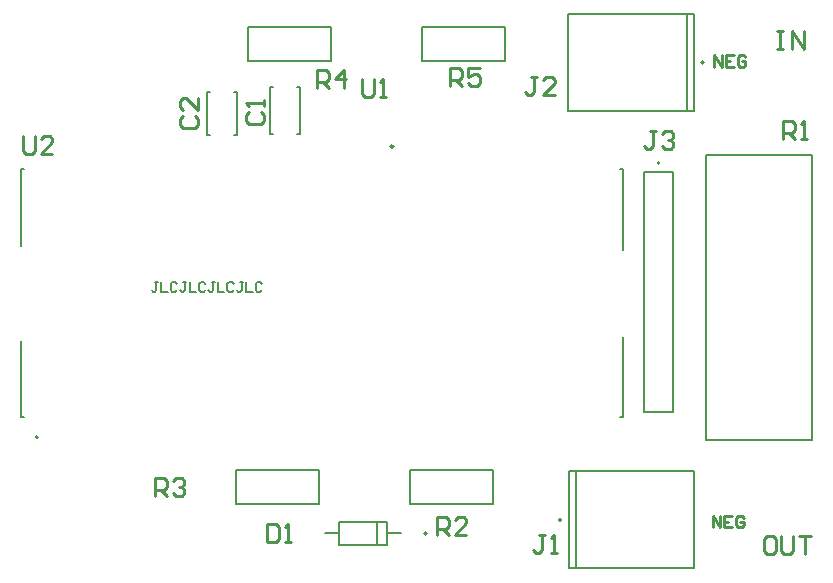
<source format=gto>
G04*
G04 #@! TF.GenerationSoftware,Altium Limited,Altium Designer,23.0.1 (38)*
G04*
G04 Layer_Color=65535*
%FSLAX25Y25*%
%MOIN*%
G70*
G04*
G04 #@! TF.SameCoordinates,BC8FEE28-448D-4E3F-B38E-86C11A945C97*
G04*
G04*
G04 #@! TF.FilePolarity,Positive*
G04*
G01*
G75*
%ADD10C,0.00787*%
%ADD11C,0.00984*%
%ADD12C,0.00500*%
%ADD13C,0.00600*%
%ADD14C,0.00591*%
%ADD15C,0.01000*%
D10*
X113650Y249508D02*
G03*
X113650Y249508I-394J0D01*
G01*
X320894Y340953D02*
G03*
X320894Y340953I-394J0D01*
G01*
X288051Y222000D02*
G03*
X288051Y222000I-394J0D01*
G01*
X335551Y374500D02*
G03*
X335551Y374500I-394J0D01*
G01*
X243260Y217500D02*
G03*
X243260Y217500I-394J0D01*
G01*
X178839Y364587D02*
X179921D01*
X170079D02*
X171161D01*
X170079Y350413D02*
Y364587D01*
X178839Y350413D02*
X179921D01*
X170079D02*
X171161D01*
X179921D02*
Y364587D01*
X199839Y366374D02*
X200921D01*
X191079D02*
X192161D01*
X191079Y350626D02*
Y366374D01*
X199839Y350626D02*
X200921D01*
X191079D02*
X192161D01*
X200921D02*
Y366374D01*
D11*
X232164Y346468D02*
G03*
X232164Y346468I-492J0D01*
G01*
D12*
X107862Y313248D02*
Y338839D01*
Y256161D02*
Y281752D01*
X308650Y311910D02*
Y338839D01*
Y256161D02*
Y283090D01*
X307665Y338839D02*
X308650D01*
X107862D02*
X108846D01*
X307665Y256161D02*
X308650D01*
X107862D02*
X108846D01*
X315579Y258000D02*
Y338000D01*
X325421D01*
X315579Y258000D02*
X325421D01*
Y338000D01*
X292972Y238142D02*
X332343D01*
X292972Y205858D02*
X332343D01*
Y238142D01*
X292972Y205858D02*
Y238142D01*
X290610D02*
X292972D01*
X290610Y205858D02*
Y238142D01*
Y205858D02*
X292972D01*
X329842Y358358D02*
X332205D01*
X329842Y390642D02*
X332205D01*
Y358358D02*
Y390642D01*
X329842Y358358D02*
Y390642D01*
X290472D02*
X329842D01*
X290472Y358358D02*
Y390642D01*
Y358358D02*
X329842D01*
X226785Y213589D02*
Y221389D01*
X229874Y217500D02*
X234520D01*
X209480D02*
X214126D01*
Y221437D02*
X229874D01*
X214126Y217500D02*
Y221437D01*
Y213563D02*
Y217500D01*
Y213563D02*
X229874D01*
Y217500D01*
Y221437D01*
D13*
X336250Y343500D02*
X371750D01*
Y248500D02*
Y343500D01*
X336250Y248500D02*
X371750D01*
X336250D02*
Y343500D01*
X183600Y374850D02*
X211400D01*
Y386150D01*
X183600D02*
X211400D01*
X183600Y374850D02*
Y386150D01*
X241600Y374850D02*
X269400D01*
Y386150D01*
X241600D02*
X269400D01*
X241600Y374850D02*
Y386150D01*
X265400Y227350D02*
Y238650D01*
X237600Y227350D02*
X265400D01*
X237600D02*
Y238650D01*
X265400D01*
X179600Y227350D02*
X207400D01*
Y238650D01*
X179600D02*
X207400D01*
X179600Y227350D02*
Y238650D01*
D14*
X153690Y301239D02*
X152640D01*
X153165D01*
Y298615D01*
X152640Y298091D01*
X152115D01*
X151591Y298615D01*
X154739Y301239D02*
Y298091D01*
X156838D01*
X159987Y300714D02*
X159462Y301239D01*
X158413D01*
X157888Y300714D01*
Y298615D01*
X158413Y298091D01*
X159462D01*
X159987Y298615D01*
X163135Y301239D02*
X162086D01*
X162611D01*
Y298615D01*
X162086Y298091D01*
X161561D01*
X161036Y298615D01*
X164185Y301239D02*
Y298091D01*
X166284D01*
X169432Y300714D02*
X168908Y301239D01*
X167858D01*
X167333Y300714D01*
Y298615D01*
X167858Y298091D01*
X168908D01*
X169432Y298615D01*
X172581Y301239D02*
X171532D01*
X172056D01*
Y298615D01*
X171532Y298091D01*
X171007D01*
X170482Y298615D01*
X173631Y301239D02*
Y298091D01*
X175730D01*
X178878Y300714D02*
X178354Y301239D01*
X177304D01*
X176779Y300714D01*
Y298615D01*
X177304Y298091D01*
X178354D01*
X178878Y298615D01*
X182027Y301239D02*
X180977D01*
X181502D01*
Y298615D01*
X180977Y298091D01*
X180453D01*
X179928Y298615D01*
X183076Y301239D02*
Y298091D01*
X185176D01*
X188324Y300714D02*
X187799Y301239D01*
X186750D01*
X186225Y300714D01*
Y298615D01*
X186750Y298091D01*
X187799D01*
X188324Y298615D01*
D15*
X339000Y373000D02*
Y376936D01*
X341624Y373000D01*
Y376936D01*
X345560D02*
X342936D01*
Y373000D01*
X345560D01*
X342936Y374968D02*
X344248D01*
X349495Y376280D02*
X348839Y376936D01*
X347527D01*
X346871Y376280D01*
Y373656D01*
X347527Y373000D01*
X348839D01*
X349495Y373656D01*
Y374968D01*
X348183D01*
X338500Y219500D02*
Y223436D01*
X341124Y219500D01*
Y223436D01*
X345060D02*
X342436D01*
Y219500D01*
X345060D01*
X342436Y221468D02*
X343748D01*
X348995Y222780D02*
X348339Y223436D01*
X347027D01*
X346372Y222780D01*
Y220156D01*
X347027Y219500D01*
X348339D01*
X348995Y220156D01*
Y221468D01*
X347683D01*
X358499Y216498D02*
X356500D01*
X355500Y215498D01*
Y211500D01*
X356500Y210500D01*
X358499D01*
X359499Y211500D01*
Y215498D01*
X358499Y216498D01*
X361498D02*
Y211500D01*
X362498Y210500D01*
X364497D01*
X365497Y211500D01*
Y216498D01*
X367496D02*
X371495D01*
X369496D01*
Y210500D01*
X360000Y384998D02*
X361999D01*
X361000D01*
Y379000D01*
X360000D01*
X361999D01*
X364998D02*
Y384998D01*
X368997Y379000D01*
Y384998D01*
X190001Y220499D02*
Y214501D01*
X193000D01*
X194000Y215501D01*
Y219499D01*
X193000Y220499D01*
X190001D01*
X195999Y214501D02*
X197999D01*
X196999D01*
Y220499D01*
X195999Y219499D01*
X108502Y349999D02*
Y345001D01*
X109501Y344001D01*
X111501D01*
X112500Y345001D01*
Y349999D01*
X118498Y344001D02*
X114500D01*
X118498Y348000D01*
Y348999D01*
X117499Y349999D01*
X115499D01*
X114500Y348999D01*
X221501Y368999D02*
Y364001D01*
X222501Y363001D01*
X224500D01*
X225500Y364001D01*
Y368999D01*
X227499Y363001D02*
X229499D01*
X228499D01*
Y368999D01*
X227499Y367999D01*
X251002Y366501D02*
Y372499D01*
X254001D01*
X255000Y371499D01*
Y369500D01*
X254001Y368500D01*
X251002D01*
X253001D02*
X255000Y366501D01*
X260998Y372499D02*
X257000D01*
Y369500D01*
X258999Y370500D01*
X259999D01*
X260998Y369500D01*
Y367501D01*
X259999Y366501D01*
X257999D01*
X257000Y367501D01*
X206502Y366001D02*
Y371999D01*
X209501D01*
X210500Y370999D01*
Y369000D01*
X209501Y368000D01*
X206502D01*
X208501D02*
X210500Y366001D01*
X215499D02*
Y371999D01*
X212500Y369000D01*
X216498D01*
X152502Y230001D02*
Y235999D01*
X155501D01*
X156500Y234999D01*
Y233000D01*
X155501Y232000D01*
X152502D01*
X154501D02*
X156500Y230001D01*
X158500Y234999D02*
X159499Y235999D01*
X161499D01*
X162498Y234999D01*
Y234000D01*
X161499Y233000D01*
X160499D01*
X161499D01*
X162498Y232000D01*
Y231001D01*
X161499Y230001D01*
X159499D01*
X158500Y231001D01*
X246502Y217001D02*
Y222999D01*
X249501D01*
X250500Y221999D01*
Y220000D01*
X249501Y219000D01*
X246502D01*
X248501D02*
X250500Y217001D01*
X256498D02*
X252500D01*
X256498Y221000D01*
Y221999D01*
X255499Y222999D01*
X253499D01*
X252500Y221999D01*
X362001Y349001D02*
Y354999D01*
X365000D01*
X366000Y353999D01*
Y352000D01*
X365000Y351000D01*
X362001D01*
X364001D02*
X366000Y349001D01*
X367999D02*
X369999D01*
X368999D01*
Y354999D01*
X367999Y353999D01*
X319500Y351499D02*
X317501D01*
X318501D01*
Y346501D01*
X317501Y345501D01*
X316501D01*
X315502Y346501D01*
X321500Y350499D02*
X322499Y351499D01*
X324499D01*
X325498Y350499D01*
Y349500D01*
X324499Y348500D01*
X323499D01*
X324499D01*
X325498Y347500D01*
Y346501D01*
X324499Y345501D01*
X322499D01*
X321500Y346501D01*
X280000Y369499D02*
X278001D01*
X279001D01*
Y364501D01*
X278001Y363501D01*
X277001D01*
X276002Y364501D01*
X285998Y363501D02*
X282000D01*
X285998Y367500D01*
Y368499D01*
X284999Y369499D01*
X282999D01*
X282000Y368499D01*
X282500Y216999D02*
X280501D01*
X281500D01*
Y212001D01*
X280501Y211001D01*
X279501D01*
X278501Y212001D01*
X284499Y211001D02*
X286499D01*
X285499D01*
Y216999D01*
X284499Y215999D01*
X162001Y356500D02*
X161001Y355501D01*
Y353501D01*
X162001Y352502D01*
X165999D01*
X166999Y353501D01*
Y355501D01*
X165999Y356500D01*
X166999Y362498D02*
Y358500D01*
X163000Y362498D01*
X162001D01*
X161001Y361499D01*
Y359499D01*
X162001Y358500D01*
X184001Y358000D02*
X183001Y357000D01*
Y355001D01*
X184001Y354001D01*
X187999D01*
X188999Y355001D01*
Y357000D01*
X187999Y358000D01*
X188999Y359999D02*
Y361999D01*
Y360999D01*
X183001D01*
X184001Y359999D01*
M02*

</source>
